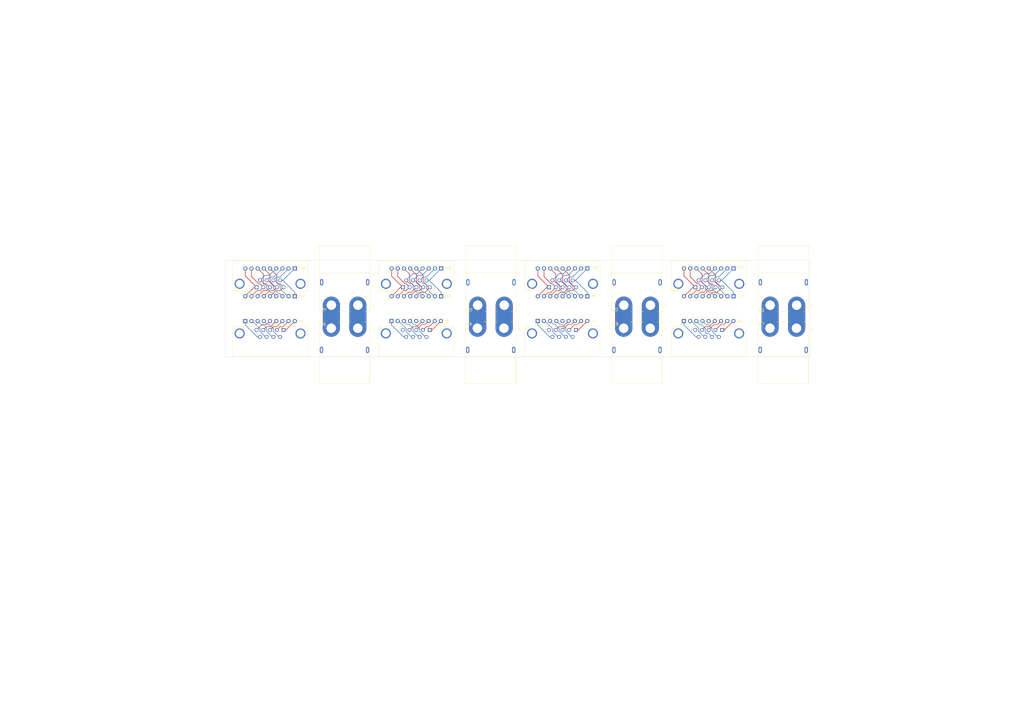
<source format=kicad_pcb>
(kicad_pcb (version 20211014) (generator pcbnew)
  (layers (0 "F.Cu" signal) (31 "B.Cu" signal) (34 "B.Paste" user) (35 "F.Paste" user) (36 "B.SilkS" user "B.Silkscreen") (37 "F.SilkS" user "F.Silkscreen") (38 "B.Mask" user) (39 "F.Mask" user) (44 "Edge.Cuts" user))
  (net 0 "")
  (net 1 "Net-(J1-Pad1)")
  (net 2 "Net-(J1-Pad2)")
  (net 3 "Net-(J1-Pad3)")
  (net 4 "Net-(J1-Pad4)")
  (net 5 "Net-(J1-Pad5)")
  (net 6 "Net-(J1-Pad6)")
  (net 7 "Net-(J1-Pad7)")
  (net 8 "Net-(J1-Pad8)")
  (net 9 "Net-(J1-Pad9)")
  (net 10 "Net-(J2-Pad1)")
  (net 11 "Net-(J2-Pad2)")
  (net 12 "Net-(J2-Pad3)")
  (net 13 "Net-(J2-Pad4)")
  (net 14 "Net-(J2-Pad5)")
  (net 15 "Net-(J2-Pad6)")
  (net 16 "Net-(J2-Pad7)")
  (net 17 "Net-(J2-Pad8)")
  (net 18 "Net-(J2-Pad9)")
  (net 19 "Net-(J3-Pad1)")
  (net 20 "Net-(J3-Pad2)")
  (net 21 "Net-(J3-Pad3)")
  (net 22 "Net-(J3-Pad4)")
  (net 23 "Net-(J3-Pad5)")
  (net 24 "Net-(J3-Pad6)")
  (net 25 "Net-(J3-Pad7)")
  (net 26 "Net-(J3-Pad8)")
  (net 27 "Net-(J3-Pad9)")
  (net 28 "Net-(J4-Pad1)")
  (net 29 "Net-(J4-Pad2)")
  (net 30 "Net-(J4-Pad3)")
  (net 31 "Net-(J4-Pad4)")
  (net 32 "Net-(J4-Pad5)")
  (net 33 "Net-(J4-Pad6)")
  (net 34 "Net-(J4-Pad7)")
  (net 35 "Net-(J4-Pad8)")
  (net 36 "Net-(J4-Pad9)")
  (net 37 "Net-(J13-Pad9)")
  (net 38 "Net-(J13-Pad8)")
  (net 39 "Net-(J13-Pad7)")
  (net 40 "Net-(J13-Pad6)")
  (net 41 "Net-(J13-Pad5)")
  (net 42 "Net-(J13-Pad4)")
  (net 43 "Net-(J13-Pad3)")
  (net 44 "Net-(J13-Pad2)")
  (net 45 "Net-(J13-Pad1)")
  (net 46 "Net-(J10-Pad1)")
  (net 47 "Net-(J10-Pad2)")
  (net 48 "Net-(J10-Pad3)")
  (net 49 "Net-(J10-Pad4)")
  (net 50 "Net-(J10-Pad5)")
  (net 51 "Net-(J10-Pad6)")
  (net 52 "Net-(J10-Pad7)")
  (net 53 "Net-(J10-Pad8)")
  (net 54 "Net-(J10-Pad9)")
  (net 55 "Net-(J11-Pad1)")
  (net 56 "Net-(J11-Pad2)")
  (net 57 "Net-(J11-Pad3)")
  (net 58 "Net-(J11-Pad4)")
  (net 59 "Net-(J11-Pad5)")
  (net 60 "Net-(J11-Pad6)")
  (net 61 "Net-(J11-Pad7)")
  (net 62 "Net-(J11-Pad8)")
  (net 63 "Net-(J11-Pad9)")
  (net 64 "Net-(J12-Pad1)")
  (net 65 "Net-(J12-Pad2)")
  (net 66 "Net-(J12-Pad3)")
  (net 67 "Net-(J12-Pad4)")
  (net 68 "Net-(J12-Pad5)")
  (net 69 "Net-(J12-Pad6)")
  (net 70 "Net-(J12-Pad7)")
  (net 71 "Net-(J12-Pad8)")
  (net 72 "Net-(J12-Pad9)")
  (net 73 "Net-(J17-PadN)")
  (net 74 "Net-(J17-PadP)")
  (net 75 "Net-(J18-PadN)")
  (net 76 "Net-(J18-PadP)")
  (net 77 "Net-(J19-PadN)")
  (net 78 "Net-(J19-PadP)")
  (net 79 "Net-(J20-PadN)")
  (net 80 "Net-(J20-PadP)")
  (footprint "SEB:AMASS_XT90PW-F" (layer "F.Cu") (at 137.82 116.58)
    (fp_text reference "J19")
    (fp_text value "XT90PW-F")
  )
  (footprint "Connector_PinHeader_2.54mm:PinHeader_1x09_P2.54mm_Vertical" (layer "F.Cu") (at 237.49 83.14 -90)
    (fp_text reference "J27")
    (fp_text value "Conn_01x09_Female")
  )
  (footprint "SEB:AMASS_XT90PW-M" (layer "F.Cu") (at 257.95 88.82 180)
    (fp_text reference "J21")
    (fp_text value "XT90PW-M")
  )
  (footprint "Connector_PinHeader_2.54mm:PinHeader_1x09_P2.54mm_Vertical" (layer "F.Cu") (at 177.5 94.55 -90)
    (fp_text reference "J9")
    (fp_text value "Conn_01x09_Female")
  )
  (footprint "SEB:AMASS_XT90PW-M" (layer "F.Cu") (at 137.94 88.82 180)
    (fp_text reference "J23")
    (fp_text value "XT90PW-M")
  )
  (footprint "SEB:ASSMANN_A-DF_09_A_KG-T2S" (layer "F.Cu") (at 167.34 89.45 180)
    (fp_text reference "J13")
    (fp_text value "A-DS_09_A_KG-T2S")
  )
  (footprint "Connector_PinHeader_2.54mm:PinHeader_1x09_P2.54mm_Vertical" (layer "F.Cu") (at 177.5 83.15 -90)
    (fp_text reference "J25")
    (fp_text value "Conn_01x09_Female")
  )
  (footprint "Connector_PinHeader_2.54mm:PinHeader_1x09_P2.54mm_Vertical" (layer "F.Cu") (at 117.5 94.56 -90)
    (fp_text reference "J10")
    (fp_text value "Conn_01x09_Female")
  )
  (footprint "SEB:ASSMANN_A-DF_09_A_KG-T2S" (layer "F.Cu") (at 107.34 89.45 180)
    (fp_text reference "J14")
    (fp_text value "A-DS_09_A_KG-T2S")
  )
  (footprint "SEB:AMASS_XT90PW-F" (layer "F.Cu") (at 257.86 116.58)
    (fp_text reference "J17")
    (fp_text value "XT90PW-F")
  )
  (footprint "SEB:ASSMANN_A-DF_09_A_KG-T2S" (layer "F.Cu") (at 227.3 109.8)
    (fp_text reference "J2")
    (fp_text value "A-DS_09_A_KG-T2S")
  )
  (footprint "Connector_PinHeader_2.54mm:PinHeader_1x09_P2.54mm_Vertical" (layer "F.Cu") (at 97.13 104.72 90)
    (fp_text reference "J8")
    (fp_text value "Conn_01x09_Female")
  )
  (footprint "SEB:ASSMANN_A-DF_09_A_KG-T2S" (layer "F.Cu") (at 227.34 89.44 180)
    (fp_text reference "J15")
    (fp_text value "A-DS_09_A_KG-T2S")
  )
  (footprint "Connector_PinHeader_2.54mm:PinHeader_1x09_P2.54mm_Vertical" (layer "F.Cu") (at 157.13 104.71 90)
    (fp_text reference "J7")
    (fp_text value "Conn_01x09_Female")
  )
  (footprint "SEB:ASSMANN_A-DF_09_A_KG-T2S" (layer "F.Cu") (at 107.3 109.8)
    (fp_text reference "J4")
    (fp_text value "A-DS_09_A_KG-T2S")
  )
  (footprint "Connector_PinHeader_2.54mm:PinHeader_1x09_P2.54mm_Vertical" (layer "F.Cu") (at 217.13 104.72 90)
    (fp_text reference "J6")
    (fp_text value "Conn_01x09_Female")
  )
  (footprint "SEB:AMASS_XT90PW-M" (layer "F.Cu") (at 197.93 88.83 180)
    (fp_text reference "J22")
    (fp_text value "XT90PW-M")
  )
  (footprint "Connector_PinHeader_2.54mm:PinHeader_1x09_P2.54mm_Vertical" (layer "F.Cu") (at 57.46 94.54 -90)
    (fp_text reference "J12")
    (fp_text value "Conn_01x09_Female")
  )
  (footprint "SEB:AMASS_XT90PW-F" (layer "F.Cu") (at 197.86 116.59)
    (fp_text reference "J18")
    (fp_text value "XT90PW-F")
  )
  (footprint "Connector_PinHeader_2.54mm:PinHeader_1x09_P2.54mm_Vertical" (layer "F.Cu") (at 117.5 83.15 -90)
    (fp_text reference "J26")
    (fp_text value "Conn_01x09_Female")
  )
  (footprint "Connector_PinHeader_2.54mm:PinHeader_1x09_P2.54mm_Vertical" (layer "F.Cu") (at 237.5 94.55 -90)
    (fp_text reference "J11")
    (fp_text value "Conn_01x09_Female")
  )
  (footprint "SEB:AMASS_XT90PW-M" (layer "F.Cu") (at 77.9 88.8 180)
    (fp_text reference "J24")
    (fp_text value "XT90PW-M")
  )
  (footprint "SEB:ASSMANN_A-DF_09_A_KG-T2S" (layer "F.Cu") (at 167.3 109.8)
    (fp_text reference "J3")
    (fp_text value "A-DS_09_A_KG-T2S")
  )
  (footprint "Connector_PinHeader_2.54mm:PinHeader_1x09_P2.54mm_Vertical" (layer "F.Cu") (at 57.46 83.15 -90)
    (fp_text reference "J28")
    (fp_text value "Conn_01x09_Female")
  )
  (footprint "SEB:AMASS_XT90PW-F" (layer "F.Cu") (at 77.85 116.58)
    (fp_text reference "J20")
    (fp_text value "XT90PW-F")
  )
  (footprint "Connector_PinHeader_2.54mm:PinHeader_1x09_P2.54mm_Vertical" (layer "F.Cu") (at 37.13 104.74 90)
    (fp_text reference "J5")
    (fp_text value "Conn_01x09_Female")
  )
  (footprint "SEB:ASSMANN_A-DF_09_A_KG-T2S" (layer "F.Cu") (at 47.3 109.83)
    (fp_text reference "J1")
    (fp_text value "A-DS_09_A_KG-T2S")
  )
  (footprint "SEB:ASSMANN_A-DF_09_A_KG-T2S" (layer "F.Cu") (at 47.305 89.44 180)
    (fp_text reference "J16")
    (fp_text value "A-DS_09_A_KG-T2S")
  )
  (gr_poly (pts (xy 252.45 107.66) (xy 252.5 107.61) (xy 252.5 98.18)) (layer "F.Cu") (width 7) (fill none))
  (gr_poly (pts (xy 263.33 107.69) (xy 263.38 107.64) (xy 263.38 98.21)) (layer "F.Cu") (width 7) (fill none))
  (gr_poly (pts (xy 203.32 107.68) (xy 203.37 107.63) (xy 203.37 98.2)) (layer "F.Cu") (width 7) (fill none))
  (gr_poly (pts (xy 132.45 107.67) (xy 132.5 107.62) (xy 132.5 98.19)) (layer "F.Cu") (width 7) (fill none))
  (gr_poly (pts (xy 143.34 107.71) (xy 143.39 107.66) (xy 143.39 98.23)) (layer "F.Cu") (width 7) (fill none))
  (gr_poly (pts (xy 83.29 107.75) (xy 83.34 107.7) (xy 83.34 98.27)) (layer "F.Cu") (width 7) (fill none))
  (gr_poly (pts (xy 72.42 107.69) (xy 72.47 107.64) (xy 72.47 98.21)) (layer "F.Cu") (width 7) (fill none))
  (gr_poly (pts (xy 192.37 107.64) (xy 192.42 107.59) (xy 192.42 98.16)) (layer "F.Cu") (width 7) (fill none))
  (gr_rect (start 28.86 79.81) (end 268.86 119.41) (layer "Edge.Cuts") (width 0.1) (fill none))
  (target plus (at 161.76 108.38) (size 5) (width 0.1) (layer "Edge.Cuts"))
  (target plus (at 252.5 98.22) (size 5) (width 0.1) (layer "Edge.Cuts"))
  (target plus (at 172.88 90.87) (size 5) (width 0.1) (layer "Edge.Cuts"))
  (target plus (at 41.8 90.87) (size 5) (width 0.1) (layer "Edge.Cuts"))
  (target plus (at 192.4 107.69) (size 5) (width 0.1) (layer "Edge.Cuts"))
  (target plus (at 143.4 98.22) (size 5) (width 0.1) (layer "Edge.Cuts"))
  (target plus (at 252.4 107.69) (size 5) (width 0.1) (layer "Edge.Cuts"))
  (target plus (at 232.88 90.86) (size 5) (width 0.1) (layer "Edge.Cuts"))
  (target plus (at 101.76 108.38) (size 5) (width 0.1) (layer "Edge.Cuts"))
  (target plus (at 112.88 90.87) (size 5) (width 0.1) (layer "Edge.Cuts"))
  (target plus (at 132.49 98.22) (size 5) (width 0.1) (layer "Edge.Cuts"))
  (target plus (at 132.38 107.68) (size 5) (width 0.1) (layer "Edge.Cuts"))
  (target plus (at 52.88 90.87) (size 5) (width 0.1) (layer "Edge.Cuts"))
  (target plus (at 72.39 107.69) (size 5) (width 0.1) (layer "Edge.Cuts"))
  (target plus (at 41.76 108.37) (size 5) (width 0.1) (layer "Edge.Cuts"))
  (target plus (at 192.49 98.22) (size 5) (width 0.1) (layer "Edge.Cuts"))
  (target plus (at 221.76 108.38) (size 5) (width 0.1) (layer "Edge.Cuts"))
  (target plus (at 72.5 98.22) (size 5) (width 0.1) (layer "Edge.Cuts"))
  (segment (start 52.84 108.41) (end 53.78 108.41) (width 0.25) (layer "F.Cu") (net 1))
  (segment (start 53.78 108.41) (end 57.45 104.74) (width 0.25) (layer "F.Cu") (net 1))
  (segment (start 51.432011 107.047989) (end 52.602011 107.047989) (width 0.25) (layer "F.Cu") (net 2))
  (segment (start 50.07 108.41) (end 51.432011 107.047989) (width 0.25) (layer "F.Cu") (net 2))
  (segment (start 52.602011 107.047989) (end 54.91 104.74) (width 0.25) (layer "F.Cu") (net 2))
  (segment (start 48.662011 107.047989) (end 50.062011 107.047989) (width 0.25) (layer "F.Cu") (net 3))
  (segment (start 47.3 108.41) (end 48.662011 107.047989) (width 0.25) (layer "F.Cu") (net 3))
  (segment (start 50.062011 107.047989) (end 52.37 104.74) (width 0.25) (layer "F.Cu") (net 3))
  (segment (start 45.892011 107.047989) (end 47.522011 107.047989) (width 0.25) (layer "F.Cu") (net 4))
  (segment (start 44.53 108.41) (end 45.892011 107.047989) (width 0.25) (layer "F.Cu") (net 4))
  (segment (start 47.522011 107.047989) (end 49.83 104.74) (width 0.25) (layer "F.Cu") (net 4))
  (segment (start 44.005489 106.164511) (end 45.865489 106.164511) (width 0.25) (layer "F.Cu") (net 5))
  (segment (start 45.865489 106.164511) (end 47.29 104.74) (width 0.25) (layer "F.Cu") (net 5))
  (segment (start 41.76 108.41) (end 44.005489 106.164511) (width 0.25) (layer "F.Cu") (net 5))
  (segment (start 48.662011 107.845835) (end 46.946176 106.13) (width 0.25) (layer "B.Cu") (net 6))
  (segment (start 51.455 111.25) (end 50.937846 111.25) (width 0.25) (layer "B.Cu") (net 6))
  (segment (start 50.937846 111.25) (end 48.662011 108.974165) (width 0.25) (layer "B.Cu") (net 6))
  (segment (start 46.14 106.13) (end 44.75 104.74) (width 0.25) (layer "B.Cu") (net 6))
  (segment (start 46.946176 106.13) (end 46.14 106.13) (width 0.25) (layer "B.Cu") (net 6))
  (segment (start 48.662011 108.974165) (end 48.662011 107.845835) (width 0.25) (layer "B.Cu") (net 6))
  (segment (start 44.424511 106.164511) (end 43.634511 106.164511) (width 0.25) (layer "B.Cu") (net 7))
  (segment (start 48.213824 111.25) (end 45.9 108.936176) (width 0.25) (layer "B.Cu") (net 7))
  (segment (start 48.685 111.25) (end 48.213824 111.25) (width 0.25) (layer "B.Cu") (net 7))
  (segment (start 45.9 107.64) (end 44.424511 106.164511) (width 0.25) (layer "B.Cu") (net 7))
  (segment (start 43.634511 106.164511) (end 42.21 104.74) (width 0.25) (layer "B.Cu") (net 7))
  (segment (start 45.9 108.936176) (end 45.9 107.64) (width 0.25) (layer "B.Cu") (net 7))
  (segment (start 43.16 108.966176) (end 43.16 107.88) (width 0.25) (layer "B.Cu") (net 8))
  (segment (start 45.443824 111.25) (end 43.16 108.966176) (width 0.25) (layer "B.Cu") (net 8))
  (segment (start 45.915 111.25) (end 45.443824 111.25) (width 0.25) (layer "B.Cu") (net 8))
  (segment (start 43.16 107.88) (end 40.02 104.74) (width 0.25) (layer "B.Cu") (net 8))
  (segment (start 40.02 104.74) (end 39.67 104.74) (width 0.25) (layer "B.Cu") (net 8))
  (segment (start 42.031307 111.25) (end 37.13 106.348693) (width 0.25) (layer "B.Cu") (net 9))
  (segment (start 43.145 111.25) (end 42.031307 111.25) (width 0.25) (layer "B.Cu") (net 9))
  (segment (start 37.13 106.348693) (end 37.13 104.74) (width 0.25) (layer "B.Cu") (net 9))
  (segment (start 233.79 108.38) (end 237.45 104.72) (width 0.25) (layer "F.Cu") (net 10))
  (segment (start 232.84 108.38) (end 233.79 108.38) (width 0.25) (layer "F.Cu") (net 10))
  (segment (start 233.485489 106.144511) (end 234.91 104.72) (width 0.25) (layer "F.Cu") (net 11))
  (segment (start 232.305489 106.144511) (end 233.485489 106.144511) (width 0.25) (layer "F.Cu") (net 11))
  (segment (start 230.07 108.38) (end 232.305489 106.144511) (width 0.25) (layer "F.Cu") (net 11))
  (segment (start 227.3 108.38) (end 229.535489 106.144511) (width 0.25) (layer "F.Cu") (net 12))
  (segment (start 229.535489 106.144511) (end 230.945489 106.144511) (width 0.25) (layer "F.Cu") (net 12))
  (segment (start 230.945489 106.144511) (end 232.37 104.72) (width 0.25) (layer "F.Cu") (net 12))
  (segment (start 224.53 108.38) (end 225.892011 107.017989) (width 0.25) (layer "F.Cu") (net 13))
  (segment (start 225.892011 107.017989) (end 227.532011 107.017989) (width 0.25) (layer "F.Cu") (net 13))
  (segment (start 227.532011 107.017989) (end 229.83 104.72) (width 0.25) (layer "F.Cu") (net 13))
  (segment (start 230.983824 111.22) (end 228.662011 108.898187) (width 0.25) (layer "B.Cu") (net 15))
  (segment (start 231.455 111.22) (end 230.983824 111.22) (width 0.25) (layer "B.Cu") (net 15))
  (segment (start 228.662011 107.815835) (end 226.986176 106.14) (width 0.25) (layer "B.Cu") (net 15))
  (segment (start 226.986176 106.14) (end 226.17 106.14) (width 0.25) (layer "B.Cu") (net 15))
  (segment (start 228.662011 108.898187) (end 228.662011 107.815835) (width 0.25) (layer "B.Cu") (net 15))
  (segment (start 226.17 106.14) (end 224.75 104.72) (width 0.25) (layer "B.Cu") (net 15))
  (segment (start 225.892011 109.352011) (end 225.892011 107.815835) (width 0.25) (layer "B.Cu") (net 16))
  (segment (start 225.892011 107.815835) (end 224.220687 106.144511) (width 0.25) (layer "B.Cu") (net 16))
  (segment (start 227.322989 109.857989) (end 226.397989 109.857989) (width 0.25) (layer "B.Cu") (net 16))
  (segment (start 226.397989 109.857989) (end 225.892011 109.352011) (width 0.25) (layer "B.Cu") (net 16))
  (segment (start 228.685 111.22) (end 227.322989 109.857989) (width 0.25) (layer "B.Cu") (net 16))
  (segment (start 223.634511 106.144511) (end 222.21 104.72) (width 0.25) (layer "B.Cu") (net 16))
  (segment (start 224.220687 106.144511) (end 223.634511 106.144511) (width 0.25) (layer "B.Cu") (net 16))
  (segment (start 225.443824 111.22) (end 223.13 108.906176) (width 0.25) (layer "B.Cu") (net 17))
  (segment (start 223.13 107.654564) (end 220.195436 104.72) (width 0.25) (layer "B.Cu") (net 17))
  (segment (start 223.13 108.906176) (end 223.13 107.654564) (width 0.25) (layer "B.Cu") (net 17))
  (segment (start 225.915 111.22) (end 225.443824 111.22) (width 0.25) (layer "B.Cu") (net 17))
  (segment (start 220.195436 104.72) (end 219.67 104.72) (width 0.25) (layer "B.Cu") (net 17))
  (segment (start 223.145 111.22) (end 222.031307 111.22) (width 0.25) (layer "B.Cu") (net 18))
  (segment (start 222.031307 111.22) (end 217.13 106.318693) (width 0.25) (layer "B.Cu") (net 18))
  (segment (start 217.13 106.318693) (end 217.13 104.72) (width 0.25) (layer "B.Cu") (net 18))
  (segment (start 173.78 108.38) (end 177.45 104.71) (width 0.25) (layer "F.Cu") (net 19))
  (segment (start 172.84 108.38) (end 173.78 108.38) (width 0.25) (layer "F.Cu") (net 19))
  (segment (start 172.315489 106.134511) (end 173.485489 106.134511) (width 0.25) (layer "F.Cu") (net 20))
  (segment (start 170.07 108.38) (end 172.315489 106.134511) (width 0.25) (layer "F.Cu") (net 20))
  (segment (start 173.485489 106.134511) (end 174.91 104.71) (width 0.25) (layer "F.Cu") (net 20))
  (segment (start 170.945489 106.134511) (end 172.37 104.71) (width 0.25) (layer "F.Cu") (net 21))
  (segment (start 167.3 108.38) (end 169.545489 106.134511) (width 0.25) (layer "F.Cu") (net 21))
  (segment (start 169.545489 106.134511) (end 170.945489 106.134511) (width 0.25) (layer "F.Cu") (net 21))
  (segment (start 165.892011 107.017989) (end 167.522011 107.017989) (width 0.25) (layer "F.Cu") (net 22))
  (segment (start 164.53 108.38) (end 165.892011 107.017989) (width 0.25) (layer "F.Cu") (net 22))
  (segment (start 167.522011 107.017989) (end 169.83 104.71) (width 0.25) (layer "F.Cu") (net 22))
  (segment (start 168.707989 107.737989) (end 167.11 106.14) (width 0.25) (layer "B.Cu") (net 24))
  (segment (start 170.983824 111.22) (end 168.707989 108.944165) (width 0.25) (layer "B.Cu") (net 24))
  (segment (start 168.707989 108.944165) (end 168.707989 107.737989) (width 0.25) (layer "B.Cu") (net 24))
  (segment (start 166.18 106.14) (end 164.75 104.71) (width 0.25) (layer "B.Cu") (net 24))
  (segment (start 167.11 106.14) (end 166.18 106.14) (width 0.25) (layer "B.Cu") (net 24))
  (segment (start 171.455 111.22) (end 170.983824 111.22) (width 0.25) (layer "B.Cu") (net 24))
  (segment (start 165.892011 108.898187) (end 165.892011 107.756522) (width 0.25) (layer "B.Cu") (net 25))
  (segment (start 168.213824 111.22) (end 165.892011 108.898187) (width 0.25) (layer "B.Cu") (net 25))
  (segment (start 165.892011 107.756522) (end 164.137771 106.002282) (width 0.25) (layer "B.Cu") (net 25))
  (segment (start 164.137771 106.002282) (end 163.502282 106.002282) (width 0.25) (layer "B.Cu") (net 25))
  (segment (start 163.502282 106.002282) (end 162.21 104.71) (width 0.25) (layer "B.Cu") (net 25))
  (segment (start 168.685 111.22) (end 168.213824 111.22) (width 0.25) (layer "B.Cu") (net 25))
  (segment (start 163.16 108.936176) (end 163.16 107.76) (width 0.25) (layer "B.Cu") (net 26))
  (segment (start 165.915 111.22) (end 165.443824 111.22) (width 0.25) (layer "B.Cu") (net 26))
  (segment (start 160.11 104.71) (end 159.67 104.71) (width 0.25) (layer "B.Cu") (net 26))
  (segment (start 165.443824 111.22) (end 163.16 108.936176) (width 0.25) (layer "B.Cu") (net 26))
  (segment (start 163.16 107.76) (end 160.11 104.71) (width 0.25) (layer "B.Cu") (net 26))
  (segment (start 163.145 111.22) (end 162.031307 111.22) (width 0.25) (layer "B.Cu") (net 27))
  (segment (start 157.13 106.318693) (end 157.13 104.71) (width 0.25) (layer "B.Cu") (net 27))
  (segment (start 162.031307 111.22) (end 157.13 106.318693) (width 0.25) (layer "B.Cu") (net 27))
  (segment (start 113.79 108.38) (end 117.45 104.72) (width 0.25) (layer "F.Cu") (net 28))
  (segment (start 112.84 108.38) (end 113.79 108.38) (width 0.25) (layer "F.Cu") (net 28))
  (segment (start 112.612011 107.017989) (end 114.91 104.72) (width 0.25) (layer "F.Cu") (net 29))
  (segment (start 111.432011 107.017989) (end 112.612011 107.017989) (width 0.25) (layer "F.Cu") (net 29))
  (segment (start 110.07 108.38) (end 111.432011 107.017989) (width 0.25) (layer "F.Cu") (net 29))
  (segment (start 107.3 108.38) (end 109.535489 106.144511) (width 0.25) (layer "F.Cu") (net 30))
  (segment (start 110.945489 106.144511) (end 112.37 104.72) (width 0.25) (layer "F.Cu") (net 30))
  (segment (start 109.535489 106.144511) (end 110.945489 106.144511) (width 0.25) (layer "F.Cu") (net 30))
  (segment (start 107.532011 107.017989) (end 109.83 104.72) (width 0.25) (layer "F.Cu") (net 31))
  (segment (start 105.892011 107.017989) (end 107.532011 107.017989) (width 0.25) (layer "F.Cu") (net 31))
  (segment (start 104.53 108.38) (end 105.892011 107.017989) (width 0.25) (layer "F.Cu") (net 31))
  (segment (start 108.707989 108.944165) (end 108.707989 107.861813) (width 0.25) (layer "B.Cu") (net 33))
  (segment (start 110.983824 111.22) (end 108.707989 108.944165) (width 0.25) (layer "B.Cu") (net 33))
  (segment (start 111.455 111.22) (end 110.983824 111.22) (width 0.25) (layer "B.Cu") (net 33))
  (segment (start 106.15 106.12) (end 104.75 104.72) (width 0.25) (layer "B.Cu") (net 33))
  (segment (start 108.707989 107.861813) (end 106.966176 106.12) (width 0.25) (layer "B.Cu") (net 33))
  (segment (start 106.966176 106.12) (end 106.15 106.12) (width 0.25) (layer "B.Cu") (net 33))
  (segment (start 108.213824 111.22) (end 105.937989 108.944165) (width 0.25) (layer "B.Cu") (net 34))
  (segment (start 105.94 107.62) (end 104.464511 106.144511) (width 0.25) (layer "B.Cu") (net 34))
  (segment (start 105.937989 107.622011) (end 105.94 107.62) (width 0.25) (layer "B.Cu") (net 34))
  (segment (start 104.464511 106.144511) (end 103.634511 106.144511) (width 0.25) (layer "B.Cu") (net 34))
  (segment (start 103.634511 106.144511) (end 102.21 104.72) (width 0.25) (layer "B.Cu") (net 34))
  (segment (start 108.685 111.22) (end 108.213824 111.22) (width 0.25) (layer "B.Cu") (net 34))
  (segment (start 105.937989 108.944165) (end 105.937989 107.622011) (width 0.25) (layer "B.Cu") (net 34))
  (segment (start 103.16 109.11) (end 103.16 107.853824) (width 0.25) (layer "B.Cu") (net 35))
  (segment (start 100.026176 104.72) (end 99.67 104.72) (width 0.25) (layer "B.Cu") (net 35))
  (segment (start 105.27 111.22) (end 103.16 109.11) (width 0.25) (layer "B.Cu") (net 35))
  (segment (start 103.16 107.853824) (end 100.026176 104.72) (width 0.25) (layer "B.Cu") (net 35))
  (segment (start 105.915 111.22) (end 105.27 111.22) (width 0.25) (layer "B.Cu") (net 35))
  (segment (start 103.145 111.22) (end 102.031307 111.22) (width 0.25) (layer "B.Cu") (net 36))
  (segment (start 97.13 106.318693) (end 97.13 104.72) (width 0.25) (layer "B.Cu") (net 36))
  (segment (start 102.031307 111.22) (end 97.13 106.318693) (width 0.25) (layer "B.Cu") (net 36))
  (segment (start 171.495 88.03) (end 172.608693 88.03) (width 0.25) (layer "B.Cu") (net 37))
  (segment (start 177.5 92.921307) (end 177.5 94.55) (width 0.25) (layer "B.Cu") (net 37))
  (segment (start 172.62 88.03) (end 177.5 83.15) (width 0.25) (layer "B.Cu") (net 37))
  (segment (start 171.495 88.03) (end 172.62 88.03) (width 0.25) (layer "B.Cu") (net 37))
  (segment (start 172.608693 88.03) (end 177.5 92.921307) (width 0.25) (layer "B.Cu") (net 37))
  (segment (start 174.61 94.55) (end 174.96 94.55) (width 0.25) (layer "B.Cu") (net 38))
  (segment (start 168.725 88.03) (end 169.196176 88.03) (width 0.25) (layer "B.Cu") (net 38))
  (segment (start 171.472011 90.305835) (end 171.472011 91.412011) (width 0.25) (layer "B.Cu") (net 38))
  (segment (start 171.472011 91.412011) (end 174.61 94.55) (width 0.25) (layer "B.Cu") (net 38))
  (segment (start 171.442011 86.667989) (end 174.96 83.15) (width 0.25) (layer "B.Cu") (net 38))
  (segment (start 169.196176 88.03) (end 171.472011 90.305835) (width 0.25) (layer "B.Cu") (net 38))
  (segment (start 170.087011 86.667989) (end 171.442011 86.667989) (width 0.25) (layer "B.Cu") (net 38))
  (segment (start 168.725 88.03) (end 170.087011 86.667989) (width 0.25) (layer "B.Cu") (net 38))
  (segment (start 170.643824 93.33) (end 171.2 93.33) (width 0.25) (layer "B.Cu") (net 39))
  (segment (start 168.702011 91.388187) (end 170.643824 93.33) (width 0.25) (layer "B.Cu") (net 39))
  (segment (start 166.426176 88.03) (end 168.702011 90.305835) (width 0.25) (layer "B.Cu") (net 39))
  (segment (start 169.60153 85.96847) (end 172.42 83.15) (width 0.25) (layer "B.Cu") (net 39))
  (segment (start 168.702011 90.305835) (end 168.702011 91.388187) (width 0.25) (layer "B.Cu") (net 39))
  (segment (start 165.955 88.03) (end 168.01653 85.96847) (width 0.25) (layer "B.Cu") (net 39))
  (segment (start 168.01653 85.96847) (end 169.60153 85.96847) (width 0.25) (layer "B.Cu") (net 39))
  (segment (start 171.2 93.33) (end 172.42 94.55) (width 0.25) (layer "B.Cu") (net 39))
  (segment (start 165.955 88.03) (end 166.426176 88.03) (width 0.25) (layer "B.Cu") (net 39))
  (segment (start 163.185 88.03) (end 163.702154 88.03) (width 0.25) (layer "B.Cu") (net 40))
  (segment (start 167.669313 93.125489) (end 168.455489 93.125489) (width 0.25) (layer "B.Cu") (net 40))
  (segment (start 167.76105 85.26895) (end 169.88 83.15) (width 0.25) (layer "B.Cu") (net 40))
  (segment (start 165.94605 85.26895) (end 167.76105 85.26895) (width 0.25) (layer "B.Cu") (net 40))
  (segment (start 168.455489 93.125489) (end 169.88 94.55) (width 0.25) (layer "B.Cu") (net 40))
  (segment (start 165.977989 91.434165) (end 167.669313 93.125489) (width 0.25) (layer "B.Cu") (net 40))
  (segment (start 163.702154 88.03) (end 165.977989 90.305835) (width 0.25) (layer "B.Cu") (net 40))
  (segment (start 165.977989 90.305835) (end 165.977989 91.434165) (width 0.25) (layer "B.Cu") (net 40))
  (segment (start 163.185 88.03) (end 165.94605 85.26895) (width 0.25) (layer "B.Cu") (net 40))
  (segment (start 172.408824 90.87) (end 170.132989 88.594165) (width 0.25) (layer "F.Cu") (net 41))
  (segment (start 170.132989 85.942989) (end 167.34 83.15) (width 0.25) (layer "F.Cu") (net 41))
  (segment (start 171.517989 92.232011) (end 169.737259 92.232011) (width 0.25) (layer "F.Cu") (net 41))
  (segment (start 172.88 90.87) (end 171.517989 92.232011) (width 0.25) (layer "F.Cu") (net 41))
  (segment (start 169.737259 92.232011) (end 167.41927 94.55) (width 0.25) (layer "F.Cu") (net 41))
  (segment (start 167.41927 94.55) (end 167.34 94.55) (width 0.25) (layer "F.Cu") (net 41))
  (segment (start 170.132989 88.594165) (end 170.132989 85.942989) (width 0.25) (layer "F.Cu") (net 41))
  (segment (start 172.88 90.87) (end 172.408824 90.87) (width 0.25) (layer "F.Cu") (net 41))
  (segment (start 166.418469 92.931531) (end 164.8 94.55) (width 0.25) (layer "F.Cu") (net 42))
  (segment (start 170.11 90.87) (end 169.638824 90.87) (width 0.25) (layer "F.Cu") (net 42))
  (segment (start 167.317011 88.548187) (end 167.317011 85.667011) (width 0.25) (layer "F.Cu") (net 42))
  (segment (start 170.11 90.87) (end 168.048469 92.931531) (width 0.25) (layer "F.Cu") (net 42))
  (segment (start 168.048469 92.931531) (end 166.418469 92.931531) (width 0.25) (layer "F.Cu") (net 42))
  (segment (start 167.317011 85.667011) (end 164.8 83.15) (width 0.25) (layer "F.Cu") (net 42))
  (segment (start 169.638824 90.87) (end 167.317011 88.548187) (width 0.25) (layer "F.Cu") (net 42))
  (segment (start 164.58 85.47) (end 162.26 83.15) (width 0.25) (layer "F.Cu") (net 43))
  (segment (start 164.58 88.581176) (end 164.58 85.47) (width 0.25) (layer "F.Cu") (net 43))
  (segment (start 167.34 90.87) (end 165.977989 92.232011) (width 0.25) (layer "F.Cu") (net 43))
  (segment (start 165.977989 92.232011) (end 164.577989 92.232011) (width 0.25) (layer "F.Cu") (net 43))
  (segment (start 167.34 90.87) (end 166.868824 90.87) (width 0.25) (layer "F.Cu") (net 43))
  (segment (start 164.577989 92.232011) (end 162.26 94.55) (width 0.25) (layer "F.Cu") (net 43))
  (segment (start 166.868824 90.87) (end 164.58 88.581176) (width 0.25) (layer "F.Cu") (net 43))
  (segment (start 164.57 90.87) (end 162.314511 93.125489) (width 0.25) (layer "F.Cu") (net 44))
  (segment (start 162.620835 89.392011) (end 159.72 86.491176) (width 0.25) (layer "F.Cu") (net 44))
  (segment (start 159.72 86.491176) (end 159.72 83.15) (width 0.25) (layer "F.Cu") (net 44))
  (segment (start 162.314511 93.125489) (end 161.144511 93.125489) (width 0.25) (layer "F.Cu") (net 44))
  (segment (start 164.57 90.87) (end 163.092011 89.392011) (width 0.25) (layer "F.Cu") (net 44))
  (segment (start 161.144511 93.125489) (end 159.72 94.55) (width 0.25) (layer "F.Cu") (net 44))
  (segment (start 163.092011 89.392011) (end 162.620835 89.392011) (width 0.25) (layer "F.Cu") (net 44))
  (segment (start 160.86 90.87) (end 157.18 94.55) (width 0.25) (layer "F.Cu") (net 45))
  (segment (start 161.8 90.87) (end 157.18 86.25) (width 0.25) (layer "F.Cu") (net 45))
  (segment (start 161.8 90.87) (end 160.86 90.87) (width 0.25) (layer "F.Cu") (net 45))
  (segment (start 157.18 86.25) (end 157.18 83.15) (width 0.25) (layer "F.Cu") (net 45))
  (segment (start 117.5 92.921307) (end 117.5 94.56) (width 0.25) (layer "B.Cu") (net 46))
  (segment (start 112.62 88.03) (end 117.5 83.15) (width 0.25) (layer "B.Cu") (net 46))
  (segment (start 111.495 88.03) (end 112.62 88.03) (width 0.25) (layer "B.Cu") (net 46))
  (segment (start 112.608693 88.03) (end 117.5 92.921307) (width 0.25) (layer "B.Cu") (net 46))
  (segment (start 111.495 88.03) (end 112.608693 88.03) (width 0.25) (layer "B.Cu") (net 46))
  (segment (start 110.087011 86.667989) (end 111.442011 86.667989) (width 0.25) (layer "B.Cu") (net 47))
  (segment (start 111.517989 91.434165) (end 114.643824 94.56) (width 0.25) (layer "B.Cu") (net 47))
  (segment (start 111.442011 86.667989) (end 114.96 83.15) (width 0.25) (layer "B.Cu") (net 47))
  (segment (start 114.643824 94.56) (end 114.96 94.56) (width 0.25) (layer "B.Cu") (net 47))
  (segment (start 110.087011 89.392011) (end 110.982011 89.392011) (width 0.25) (layer "B.Cu") (net 47))
  (segment (start 108.725 88.03) (end 110.087011 86.667989) (width 0.25) (layer "B.Cu") (net 47))
  (segment (start 111.517989 89.927989) (end 111.517989 91.434165) (width 0.25) (layer "B.Cu") (net 47))
  (segment (start 108.725 88.03) (end 110.087011 89.392011) (width 0.25) (layer "B.Cu") (net 47))
  (segment (start 110.982011 89.392011) (end 111.517989 89.927989) (width 0.25) (layer "B.Cu") (net 47))
  (segment (start 108.01653 85.96847) (end 109.60153 85.96847) (width 0.25) (layer "B.Cu") (net 48))
  (segment (start 108.702011 90.305835) (end 108.702011 91.392011) (width 0.25) (layer "B.Cu") (net 48))
  (segment (start 108.702011 91.392011) (end 110.29 92.98) (width 0.25) (layer "B.Cu") (net 48))
  (segment (start 105.955 88.03) (end 106.426176 88.03) (width 0.25) (layer "B.Cu") (net 48))
  (segment (start 109.60153 85.96847) (end 112.42 83.15) (width 0.25) (layer "B.Cu") (net 48))
  (segment (start 110.84 92.98) (end 112.42 94.56) (width 0.25) (layer "B.Cu") (net 48))
  (segment (start 105.955 88.03) (end 108.01653 85.96847) (width 0.25) (layer "B.Cu") (net 48))
  (segment (start 110.29 92.98) (end 110.84 92.98) (width 0.25) (layer "B.Cu") (net 48))
  (segment (start 106.426176 88.03) (end 108.702011 90.305835) (width 0.25) (layer "B.Cu") (net 48))
  (segment (start 107.761049 85.268951) (end 109.88 83.15) (width 0.25) (layer "B.Cu") (net 49))
  (segment (start 107.679313 93.135489) (end 108.455489 93.135489) (width 0.25) (layer "B.Cu") (net 49))
  (segment (start 108.455489 93.135489) (end 109.88 94.56) (width 0.25) (layer "B.Cu") (net 49))
  (segment (start 103.185 88.03) (end 105.946049 85.268951) (width 0.25) (layer "B.Cu") (net 49))
  (segment (start 105.946049 85.268951) (end 107.761049 85.268951) (width 0.25) (layer "B.Cu") (net 49))
  (segment (start 105.977989 89.847989) (end 105.977989 91.434165) (width 0.25) (layer "B.Cu") (net 49))
  (segment (start 105.522011 89.392011) (end 105.977989 89.847989) (width 0.25) (layer "B.Cu") (net 49))
  (segment (start 105.977989 91.434165) (end 107.679313 93.135489) (width 0.25) (layer "B.Cu") (net 49))
  (segment (start 103.185 88.03) (end 104.547011 89.392011) (width 0.25) (layer "B.Cu") (net 49))
  (segment (start 104.547011 89.392011) (end 105.522011 89.392011) (width 0.25) (layer "B.Cu") (net 49))
  (segment (start 112.88 90.87) (end 110.818469 92.931531) (width 0.25) (layer "F.Cu") (net 50))
  (segment (start 110.11 85.92) (end 107.34 83.15) (width 0.25) (layer "F.Cu") (net 50))
  (segment (start 108.968469 92.931531) (end 107.34 94.56) (width 0.25) (layer "F.Cu") (net 50))
  (segment (start 112.408824 90.87) (end 110.11 88.571176) (width 0.25) (layer "F.Cu") (net 50))
  (segment (start 110.818469 92.931531) (end 108.968469 92.931531) (width 0.25) (layer "F.Cu") (net 50))
  (segment (start 112.88 90.87) (end 112.408824 90.87) (width 0.25) (layer "F.Cu") (net 50))
  (segment (start 110.11 88.571176) (end 110.11 85.92) (width 0.25) (layer "F.Cu") (net 50))
  (segment (start 107.362989 85.712989) (end 104.8 83.15) (width 0.25) (layer "F.Cu") (net 51))
  (segment (start 109.638824 90.87) (end 107.362989 88.594165) (width 0.25) (layer "F.Cu") (net 51))
  (segment (start 108.747989 92.232011) (end 107.127989 92.232011) (width 0.25) (layer "F.Cu") (net 51))
  (segment (start 110.11 90.87) (end 109.638824 90.87) (width 0.25) (layer "F.Cu") (net 51))
  (segment (start 107.127989 92.232011) (end 104.8 94.56) (width 0.25) (layer "F.Cu") (net 51))
  (segment (start 110.11 90.87) (end 108.747989 92.232011) (width 0.25) (layer "F.Cu") (net 51))
  (segment (start 107.362989 88.594165) (end 107.362989 85.712989) (width 0.25) (layer "F.Cu") (net 51))
  (segment (start 104.59 85.48) (end 102.26 83.15) (width 0.25) (layer "F.Cu") (net 52))
  (segment (start 107.34 90.87) (end 106.868824 90.87) (width 0.25) (layer "F.Cu") (net 52))
  (segment (start 106.868824 90.87) (end 104.59 88.591176) (width 0.25) (layer "F.Cu") (net 52))
  (segment (start 104.59 88.591176) (end 104.59 85.48) (width 0.25) (layer "F.Cu") (net 52))
  (segment (start 107.34 90.87) (end 105.27847 92.93153) (width 0.25) (layer "F.Cu") (net 52))
  (segment (start 103.88847 92.93153) (end 102.26 94.56) (width 0.25) (layer "F.Cu") (net 52))
  (segment (start 105.27847 92.93153) (end 103.88847 92.93153) (width 0.25) (layer "F.Cu") (net 52))
  (segment (start 99.72 86.491176) (end 99.72 83.15) (width 0.25) (layer "F.Cu") (net 53))
  (segment (start 102.620835 89.392011) (end 99.72 86.491176) (width 0.25) (layer "F.Cu") (net 53))
  (segment (start 103.207989 92.232011) (end 102.047989 92.232011) (width 0.25) (layer "F.Cu") (net 53))
  (segment (start 102.047989 92.232011) (end 99.72 94.56) (width 0.25) (layer "F.Cu") (net 53))
  (segment (start 104.57 90.87) (end 103.207989 92.232011) (width 0.25) (layer "F.Cu") (net 53))
  (segment (start 103.092011 89.392011) (end 102.620835 89.392011) (width 0.25) (layer "F.Cu") (net 53))
  (segment (start 104.57 90.87) (end 103.092011 89.392011) (width 0.25) (layer "F.Cu") (net 53))
  (segment (start 100.87 90.87) (end 97.18 94.56) (width 0.25) (layer "F.Cu") (net 54))
  (segment (start 101.8 90.87) (end 100.87 90.87) (width 0.25) (layer "F.Cu") (net 54))
  (segment (start 101.8 90.87) (end 97.18 86.25) (width 0.25) (layer "F.Cu") (net 54))
  (segment (start 97.18 86.25) (end 97.18 83.15) (width 0.25) (layer "F.Cu") (net 54))
  (segment (start 237.5 92.911307) (end 237.5 94.55) (width 0.25) (layer "B.Cu") (net 55))
  (segment (start 232.61 88.02) (end 237.49 83.14) (width 0.25) (layer "B.Cu") (net 55))
  (segment (start 232.608693 88.02) (end 237.5 92.911307) (width 0.25) (layer "B.Cu") (net 55))
  (segment (start 231.495 88.02) (end 232.61 88.02) (width 0.25) (layer "B.Cu") (net 55))
  (segment (start 231.495 88.02) (end 232.608693 88.02) (width 0.25) (layer "B.Cu") (net 55))
  (segment (start 234.61 94.55) (end 234.96 94.55) (width 0.25) (layer "B.Cu") (net 56))
  (segment (start 229.196176 88.02) (end 231.472011 90.295835) (width 0.25) (layer "B.Cu") (net 56))
  (segment (start 228.725 88.02) (end 230.087011 86.657989) (width 0.25) (layer "B.Cu") (net 56))
  (segment (start 231.472011 91.412011) (end 234.61 94.55) (width 0.25) (layer "B.Cu") (net 56))
  (segment (start 231.432011 86.657989) (end 234.95 83.14) (width 0.25) (layer "B.Cu") (net 56))
  (segment (start 230.087011 86.657989) (end 231.432011 86.657989) (width 0.25) (layer "B.Cu") (net 56))
  (segment (start 231.472011 90.295835) (end 231.472011 91.412011) (width 0.25) (layer "B.Cu") (net 56))
  (segment (start 228.725 88.02) (end 229.196176 88.02) (width 0.25) (layer "B.Cu") (net 56))
  (segment (start 230.45 93.22) (end 231.09 93.22) (width 0.25) (layer "B.Cu") (net 57))
  (segment (start 226.426176 88.02) (end 228.702011 90.295835) (width 0.25) (layer "B.Cu") (net 57))
  (segment (start 225.955 88.02) (end 226.426176 88.02) (width 0.25) (layer "B.Cu") (net 57))
  (segment (start 228.702011 91.472011) (end 230.45 93.22) (width 0.25) (layer "B.Cu") (net 57))
  (segment (start 228.016531 85.958469) (end 229.591531 85.958469) (width 0.25) (layer "B.Cu") (net 57))
  (segment (start 229.591531 85.958469) (end 232.41 83.14) (width 0.25) (layer "B.Cu") (net 57))
  (segment (start 228.702011 90.295835) (end 228.702011 91.472011) (width 0.25) (layer "B.Cu") (net 57))
  (segment (start 231.09 93.22) (end 232.42 94.55) (width 0.25) (layer "B.Cu") (net 57))
  (segment (start 225.955 88.02) (end 228.016531 85.958469) (width 0.25) (layer "B.Cu") (net 57))
  (segment (start 225.932011 90.295835) (end 225.932011 91.462011) (width 0.25) (layer "B.Cu") (net 58))
  (segment (start 228.43 93.1) (end 229.88 94.55) (width 0.25) (layer "B.Cu") (net 58))
  (segment (start 227.751051 85.258949) (end 229.87 83.14) (width 0.25) (layer "B.Cu") (net 58))
  (segment (start 227.57 93.1) (end 228.43 93.1) (width 0.25) (layer "B.Cu") (net 58))
  (segment (start 223.656176 88.02) (end 225.932011 90.295835) (width 0.25) (layer "B.Cu") (net 58))
  (segment (start 225.932011 91.462011) (end 227.57 93.1) (width 0.25) (layer "B.Cu") (net 58))
  (segment (start 223.185 88.02) (end 225.946051 85.258949) (width 0.25) (layer "B.Cu") (net 58))
  (segment (start 225.946051 85.258949) (end 227.751051 85.258949) (width 0.25) (layer "B.Cu") (net 58))
  (segment (start 223.185 88.02) (end 223.656176 88.02) (width 0.25) (layer "B.Cu") (net 58))
  (segment (start 228.96847 92.92153) (end 227.34 94.55) (width 0.25) (layer "F.Cu") (net 59))
  (segment (start 230.81847 92.92153) (end 228.96847 92.92153) (width 0.25) (layer "F.Cu") (net 59))
  (segment (start 232.88 90.86) (end 232.408824 90.86) (width 0.25) (layer "F.Cu") (net 59))
  (segment (start 230.1 85.91) (end 227.33 83.14) (width 0.25) (layer "F.Cu") (net 59))
  (segment (start 230.1 88.551176) (end 230.1 85.91) (width 0.25) (layer "F.Cu") (net 59))
  (segment (start 232.408824 90.86) (end 230.1 88.551176) (width 0.25) (layer "F.Cu") (net 59))
  (segment (start 232.88 90.86) (end 230.81847 92.92153) (width 0.25) (layer "F.Cu") (net 59))
  (segment (start 227.317011 89.147011) (end 227.317011 85.667011) (width 0.25) (layer "F.Cu") (net 60))
  (segment (start 227.667989 89.497989) (end 227.317011 89.147011) (width 0.25) (layer "F.Cu") (net 60))
  (segment (start 228.747989 89.497989) (end 227.667989 89.497989) (width 0.25) (layer "F.Cu") (net 60))
  (segment (start 230.11 90.86) (end 228.747989 89.497989) (width 0.25) (layer "F.Cu") (net 60))
  (segment (start 227.317011 85.667011) (end 224.79 83.14) (width 0.25) (layer "F.Cu") (net 60))
  (segment (start 230.11 90.86) (end 228.747989 92.222011) (width 0.25) (layer "F.Cu") (net 60))
  (segment (start 228.747989 92.222011) (end 227.127989 92.222011) (width 0.25) (layer "F.Cu") (net 60))
  (segment (start 227.127989 92.222011) (end 224.8 94.55) (width 0.25) (layer "F.Cu") (net 60))
  (segment (start 223.88847 92.92153) (end 222.26 94.55) (width 0.25) (layer "F.Cu") (net 61))
  (segment (start 224.58 88.81) (end 224.58 85.47) (width 0.25) (layer "F.Cu") (net 61))
  (segment (start 224.58 85.47) (end 222.25 83.14) (width 0.25) (layer "F.Cu") (net 61))
  (segment (start 226.63 90.86) (end 224.58 88.81) (width 0.25) (layer "F.Cu") (net 61))
  (segment (start 227.34 90.86) (end 226.63 90.86) (width 0.25) (layer "F.Cu") (net 61))
  (segment (start 225.27847 92.92153) (end 223.88847 92.92153) (width 0.25) (layer "F.Cu") (net 61))
  (segment (start 227.34 90.86) (end 225.27847 92.92153) (width 0.25) (layer "F.Cu") (net 61))
  (segment (start 224.57 90.86) (end 223.207989 92.222011) (width 0.25) (layer "F.Cu") (net 62))
  (segment (start 219.71 86.53) (end 219.71 83.14) (width 0.25) (layer "F.Cu") (net 62))
  (segment (start 222.562011 89.382011) (end 219.71 86.53) (width 0.25) (layer "F.Cu") (net 62))
  (segment (start 224.57 90.86) (end 223.092011 89.382011) (width 0.25) (layer "F.Cu") (net 62))
  (segment (start 223.207989 92.222011) (end 222.047989 92.222011) (width 0.25) (layer "F.Cu") (net 62))
  (segment (start 223.092011 89.382011) (end 222.562011 89.382011) (width 0.25) (layer "F.Cu") (net 62))
  (segment (start 222.047989 92.222011) (end 219.72 94.55) (width 0.25) (layer "F.Cu") (net 62))
  (segment (start 221.8 90.86) (end 217.17 86.23) (width 0.25) (layer "F.Cu") (net 63))
  (segment (start 217.17 86.23) (end 217.17 83.14) (width 0.25) (layer "F.Cu") (net 63))
  (segment (start 220.87 90.86) (end 217.18 94.55) (width 0.25) (layer "F.Cu") (net 63))
  (segment (start 221.8 90.86) (end 220.87 90.86) (width 0.25) (layer "F.Cu") (net 63))
  (segment (start 51.46 88.02) (end 52.59 88.02) (width 0.25) (layer "B.Cu") (net 64))
  (segment (start 51.46 88.02) (end 52.573693 88.02) (width 0.25) (layer "B.Cu") (net 64))
  (segment (start 57.46 92.906307) (end 57.46 94.54) (width 0.25) (layer "B.Cu") (net 64))
  (segment (start 52.59 88.02) (end 57.46 83.15) (width 0.25) (layer "B.Cu") (net 64))
  (segment (start 52.573693 88.02) (end 57.46 92.906307) (width 0.25) (layer "B.Cu") (net 64))
  (segment (start 48.69 88.02) (end 50.052011 86.657989) (width 0.25) (layer "B.Cu") (net 65))
  (segment (start 51.482989 90.295835) (end 51.482989 91.472989) (width 0.25) (layer "B.Cu") (net 65))
  (segment (start 50.052011 86.657989) (end 51.412011 86.657989) (width 0.25) (layer "B.Cu") (net 65))
  (segment (start 49.207154 88.02) (end 51.482989 90.295835) (width 0.25) (layer "B.Cu") (net 65))
  (segment (start 51.482989 91.472989) (end 54.55 94.54) (width 0.25) (layer "B.Cu") (net 65))
  (segment (start 51.412011 86.657989) (end 54.92 83.15) (width 0.25) (layer "B.Cu") (net 65))
  (segment (start 54.55 94.54) (end 54.92 94.54) (width 0.25) (layer "B.Cu") (net 65))
  (segment (start 48.69 88.02) (end 49.207154 88.02) (width 0.25) (layer "B.Cu") (net 65))
  (segment (start 47.282011 86.657989) (end 48.872011 86.657989) (width 0.25) (layer "B.Cu") (net 66))
  (segment (start 45.92 88.02) (end 47.282011 86.657989) (width 0.25) (layer "B.Cu") (net 66))
  (segment (start 51.21 93.37) (end 52.38 94.54) (width 0.25) (layer "B.Cu") (net 66))
  (segment (start 45.92 88.02) (end 46.391176 88.02) (width 0.25) (layer "B.Cu") (net 66))
  (segment (start 48.872011 86.657989) (end 52.38 83.15) (width 0.25) (layer "B.Cu") (net 66))
  (segment (start 48.7 91.411176) (end 50.658824 93.37) (width 0.25) (layer "B.Cu") (net 66))
  (segment (start 46.391176 88.02) (end 48.7 90.328824) (width 0.25) (layer "B.Cu") (net 66))
  (segment (start 50.658824 93.37) (end 51.21 93.37) (width 0.25) (layer "B.Cu") (net 66))
  (segment (start 48.7 90.328824) (end 48.7 91.411176) (width 0.25) (layer "B.Cu") (net 66))
  (segment (start 43.15 88.02) (end 43.621176 88.02) (width 0.25) (layer "B.Cu") (net 67))
  (segment (start 47.03153 85.95847) (end 49.84 83.15) (width 0.25) (layer "B.Cu") (net 67))
  (segment (start 43.15 88.02) (end 45.21153 85.95847) (width 0.25) (layer "B.Cu") (net 67))
  (segment (start 45.942989 91.432989) (end 47.625489 93.115489) (width 0.25) (layer "B.Cu") (net 67))
  (segment (start 45.942989 90.341813) (end 45.942989 91.432989) (width 0.25) (layer "B.Cu") (net 67))
  (segment (start 47.625489 93.115489) (end 48.415489 93.115489) (width 0.25) (layer "B.Cu") (net 67))
  (segment (start 48.415489 93.115489) (end 49.84 94.54) (width 0.25) (layer "B.Cu") (net 67))
  (segment (start 43.621176 88.02) (end 45.942989 90.341813) (width 0.25) (layer "B.Cu") (net 67))
  (segment (start 45.21153 85.95847) (end 47.03153 85.95847) (width 0.25) (layer "B.Cu") (net 67))
  (segment (start 51.482989 89.497989) (end 50.507989 89.497989) (width 0.25) (layer "F.Cu") (net 68))
  (segment (start 50.052011 89.042011) (end 50.052011 85.902011) (width 0.25) (layer "F.Cu") (net 68))
  (segment (start 49.737989 92.222011) (end 47.42 94.54) (width 0.25) (layer "F.Cu") (net 68))
  (segment (start 47.42 94.54) (end 47.3 94.54) (width 0.25) (layer "F.Cu") (net 68))
  (segment (start 52.845 90.86) (end 51.482989 89.497989) (width 0.25) (layer "F.Cu") (net 68))
  (segment (start 52.845 90.86) (end 51.482989 92.222011) (width 0.25) (layer "F.Cu") (net 68))
  (segment (start 51.482989 92.222011) (end 49.737989 92.222011) (width 0.25) (layer "F.Cu") (net 68))
  (segment (start 50.052011 85.902011) (end 47.3 83.15) (width 0.25) (layer "F.Cu") (net 68))
  (segment (start 50.507989 89.497989) (end 50.052011 89.042011) (width 0.25) (layer "F.Cu") (net 68))
  (segment (start 47.282011 85.672011) (end 44.76 83.15) (width 0.25) (layer "F.Cu") (net 69))
  (segment (start 49.603824 90.86) (end 47.282011 88.538187) (width 0.25) (layer "F.Cu") (net 69))
  (segment (start 48.712989 92.222011) (end 47.077989 92.222011) (width 0.25) (layer "F.Cu") (net 69))
  (segment (start 47.077989 92.222011) (end 44.76 94.54) (width 0.25) (layer "F.Cu") (net 69))
  (segment (start 50.075 90.86) (end 49.603824 90.86) (width 0.25) (layer "F.Cu") (net 69))
  (segment (start 50.075 90.86) (end 48.712989 92.222011) (width 0.25) (layer "F.Cu") (net 69))
  (segment (start 47.282011 88.538187) (end 47.282011 85.672011) (width 0.25) (layer "F.Cu") (net 69))
  (segment (start 44.512011 85.442011) (end 42.22 83.15) (width 0.25) (layer "F.Cu") (net 70))
  (segment (start 45.942989 92.222011) (end 44.537989 92.222011) (width 0.25) (layer "F.Cu") (net 70))
  (segment (start 44.757989 89.497989) (end 44.512011 89.252011) (width 0.25) (layer "F.Cu") (net 70))
  (segment (start 47.305 90.86) (end 45.942989 92.222011) (width 0.25) (layer "F.Cu") (net 70))
  (segment (start 44.512011 89.252011) (end 44.512011 85.442011) (width 0.25) (layer "F.Cu") (net 70))
  (segment (start 44.537989 92.222011) (end 42.22 94.54) (width 0.25) (layer "F.Cu") (net 70))
  (segment (start 47.305 90.86) (end 45.942989 89.497989) (width 0.25) (layer "F.Cu") (net 70))
  (segment (start 45.942989 89.497989) (end 44.757989 89.497989) (width 0.25) (layer "F.Cu") (net 70))
  (segment (start 43.057011 89.382011) (end 42.585835 89.382011) (width 0.25) (layer "F.Cu") (net 71))
  (segment (start 39.68 86.476176) (end 39.68 83.15) (width 0.25) (layer "F.Cu") (net 71))
  (segment (start 41.997989 92.222011) (end 39.68 94.54) (width 0.25) (layer "F.Cu") (net 71))
  (segment (start 42.585835 89.382011) (end 39.68 86.476176) (width 0.25) (layer "F.Cu") (net 71))
  (segment (start 43.172989 92.222011) (end 41.997989 92.222011) (width 0.25) (layer "F.Cu") (net 71))
  (segment (start 44.535 90.86) (end 43.057011 89.382011) (width 0.25) (layer "F.Cu") (net 71))
  (segment (start 44.535 90.86) (end 43.172989 92.222011) (width 0.25) (layer "F.Cu") (net 71))
  (segment (start 40.82 90.86) (end 37.14 94.54) (width 0.25) (layer "F.Cu") (net 72))
  (segment (start 41.765 90.86) (end 37.14 86.235) (width 0.25) (layer "F.Cu") (net 72))
  (segment (start 37.14 86.235) (end 37.14 83.15) (width 0.25) (layer "F.Cu") (net 72))
  (segment (start 41.765 90.86) (end 40.82 90.86) (width 0.25) (layer "F.Cu") (net 72))
  (segment (start 252.5 107.59) (end 252.41 107.68) (width 7) (layer "B.Cu") (net 73))
  (segment (start 252.5 98.22) (end 252.5 107.59) (width 7) (layer "B.Cu") (net 73))
  (segment (start 263.4 98.22) (end 263.4 107.59) (width 7) (layer "B.Cu") (net 74))
  (segment (start 263.4 107.59) (end 263.31 107.68) (width 7) (layer "B.Cu") (net 74))
  (segment (start 192.48 98.23) (end 192.48 107.62) (width 7) (layer "B.Cu") (net 75))
  (segment (start 192.48 107.62) (end 192.41 107.69) (width 7) (layer "B.Cu") (net 75))
  (segment (start 203.38 98.23) (end 203.38 107.62) (width 7) (layer "B.Cu") (net 76))
  (segment (start 203.38 107.62) (end 203.31 107.69) (width 7) (layer "B.Cu") (net 76))
  (segment (start 132.49 98.22) (end 132.49 107.56) (width 7) (layer "B.Cu") (net 77))
  (segment (start 132.49 107.56) (end 132.37 107.68) (width 7) (layer "B.Cu") (net 77))
  (segment (start 143.39 107.56) (end 143.27 107.68) (width 7) (layer "B.Cu") (net 78))
  (segment (start 143.39 98.22) (end 143.39 107.56) (width 7) (layer "B.Cu") (net 78))
  (segment (start 72.51 98.26) (end 72.51 107.57) (width 7) (layer "B.Cu") (net 79))
  (segment (start 72.51 107.57) (end 72.4 107.68) (width 7) (layer "B.Cu") (net 79))
  (segment (start 72.45 98.2) (end 72.51 98.26) (width 7) (layer "B.Cu") (net 79))
  (segment (start 83.35 107.63) (end 83.3 107.68) (width 7) (layer "B.Cu") (net 80))
  (segment (start 83.35 98.2) (end 83.35 107.63) (width 7) (layer "B.Cu") (net 80))
)
</source>
